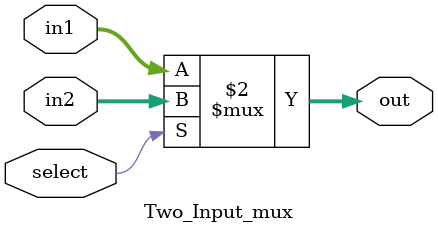
<source format=v>
 
module Two_Input_mux(
							in1, 
							in2, 
							select, 
							out
						);
						parameter BUS_WIDTH = 8;
						parameter MSB = BUS_WIDTH - 1;
						
						input wire [MSB: 0] in1; 
						input wire [MSB: 0] in2;
						input wire select;
						output reg [MSB : 0] out;
						
						always @(*) begin
							out <= (select)? in2 : in1;
						end

endmodule

</source>
